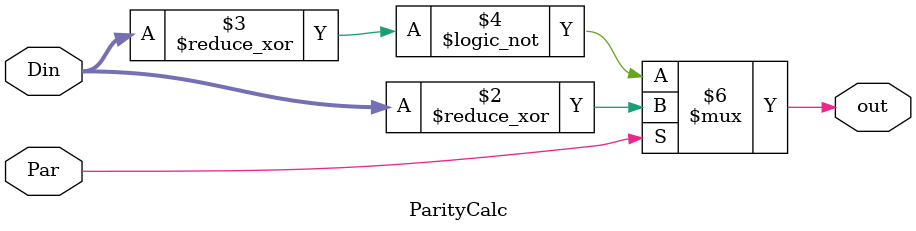
<source format=v>
module ParityCalc (
	input
	Par,
	input [7:0] Din,
	output 
	reg out);
	always @ (*) begin
		
		if(Par) begin //Par = 1, Gives Even 1s Parity
			out <= ^Din;
		end else begin // Par = 0, Gives Odd 1s Parity
			out <= !(^Din);
		end
		 
	end
endmodule 
</source>
